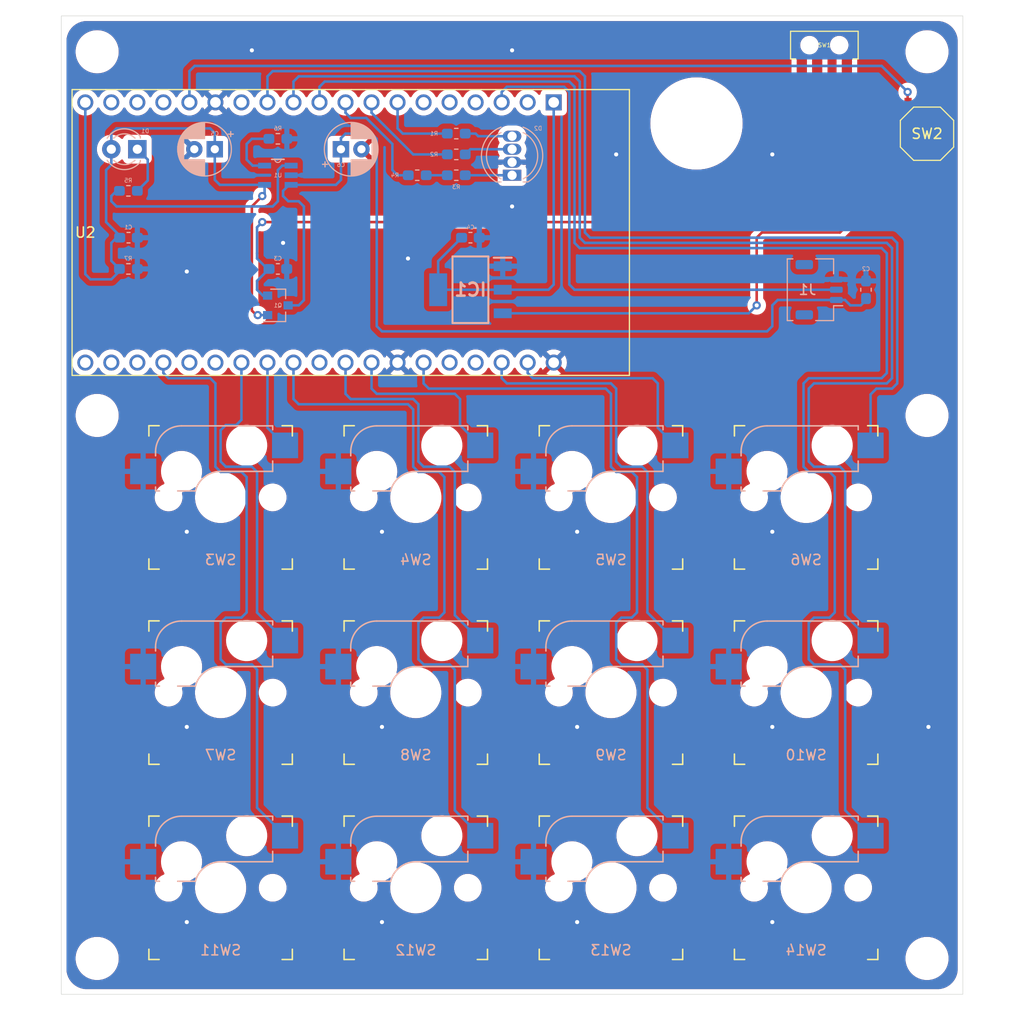
<source format=kicad_pcb>
(kicad_pcb (version 20211014) (generator pcbnew)
  (layers (0 "F.Cu" signal) (31 "B.Cu" signal) (34 "B.Paste" user) (35 "F.Paste" user) (36 "B.SilkS" user "B.Silkscreen") (37 "F.SilkS" user "F.Silkscreen") (38 "B.Mask" user) (39 "F.Mask" user) (44 "Edge.Cuts" user))
  (net 0 "")
  (net 1 "GND")
  (net 2 "Net-(D1-Pad1)")
  (net 3 "Net-(D2-Pad4)")
  (net 4 "Net-(D2-Pad3)")
  (net 5 "Net-(D2-Pad1)")
  (net 6 "Net-(IC1-Pad3)")
  (net 7 "Net-(C2-Pad1)")
  (net 8 "Net-(R3-Pad1)")
  (net 9 "Net-(R5-Pad2)")
  (net 10 "LED_G")
  (net 11 "LED_B")
  (net 12 "LED_R")
  (net 13 "setSW_read")
  (net 14 "KeySW_read_01")
  (net 15 "KeySW_read_02")
  (net 16 "KeySW_read_03")
  (net 17 "KeySW_read_04")
  (net 18 "KeySW_read_05")
  (net 19 "KeySW_read_06")
  (net 20 "KeySW_read_07")
  (net 21 "KeySW_read_08")
  (net 22 "+5V")
  (net 23 "Net-(C3-Pad1)")
  (net 24 "Net-(R6-Pad1)")
  (net 25 "+3.3V")
  (net 26 "Battery_thermistor")
  (net 28 "KeySW_read_09")
  (net 29 "KeySW_read_10")
  (net 30 "KeySW_read_11")
  (net 31 "KeySW_read_12")
  (footprint "Keyswitches:Kailh_socket_MX" (layer "F.Cu") (at -28.448 3)
    (fp_text reference "SW3")
    (fp_text value "SW_Push")
  )
  (footprint "Keyswitches:Kailh_socket_MX" (layer "F.Cu") (at 28.702 22.05)
    (fp_text reference "SW10")
    (fp_text value "SW_Push")
  )
  (footprint "Keyswitches:Kailh_socket_MX" (layer "F.Cu") (at -9.398 3)
    (fp_text reference "SW4")
    (fp_text value "SW_Push")
  )
  (footprint "Keyswitches:Kailh_socket_MX" (layer "F.Cu") (at -9.398 22.05)
    (fp_text reference "SW8")
    (fp_text value "SW_Push")
  )
  (footprint "Keyswitches:Kailh_socket_MX" (layer "F.Cu") (at 28.702 3)
    (fp_text reference "SW6")
    (fp_text value "SW_Push")
  )
  (footprint "Keyswitches:Kailh_socket_MX" (layer "F.Cu") (at 9.652 22.05)
    (fp_text reference "SW9")
    (fp_text value "SW_Push")
  )
  (footprint "Keyswitches:Kailh_socket_MX" (layer "F.Cu") (at 9.652 3)
    (fp_text reference "SW5")
    (fp_text value "SW_Push")
  )
  (footprint "Keyswitches:Kailh_socket_MX" (layer "F.Cu") (at -28.448 22.05)
    (fp_text reference "SW7")
    (fp_text value "SW_Push")
  )
  (footprint "MountingHole:MountingHole_3.2mm_M3" (layer "F.Cu") (at -40.5 -40.5)
    (fp_text reference "REF**")
    (fp_text value "MountingHole_3.2mm_M3")
  )
  (footprint "MountingHole:MountingHole_3.2mm_M3" (layer "F.Cu") (at 40.5 -40.5)
    (fp_text reference "REF**")
    (fp_text value "MountingHole_3.2mm_M3")
  )
  (footprint "Keyswitches:Kailh_socket_MX" (layer "F.Cu") (at -9.398 41.1)
    (fp_text reference "SW12")
    (fp_text value "SW_Push")
  )
  (footprint "Keyswitches:Kailh_socket_MX" (layer "F.Cu") (at -28.448 41.1)
    (fp_text reference "SW11")
    (fp_text value "SW_Push")
  )
  (footprint "MountingHole:MountingHole_3.2mm_M3" (layer "F.Cu") (at 40.5 -5)
    (fp_text reference "REF**")
    (fp_text value "MountingHole_3.2mm_M3")
  )
  (footprint "MountingHole:MountingHole_3.2mm_M3" (layer "F.Cu") (at -40.5 -5)
    (fp_text reference "REF**")
    (fp_text value "MountingHole_3.2mm_M3")
  )
  (footprint "Ble_keyboard:NPTH_8mm" (layer "F.Cu") (at 18 -33.5)
    (fp_text reference "REF**")
    (fp_text value "NPTH_8mm")
  )
  (footprint "Ble_keyboard:SW_Push_Dual_x2_TS-4401" (layer "F.Cu") (at 40.5 -32.5 90)
    (fp_text reference "SW2")
    (fp_text value "SW_Push")
  )
  (footprint "Keyswitches:Kailh_socket_MX" (layer "F.Cu") (at 28.702 41.1)
    (fp_text reference "SW14")
    (fp_text value "SW_Push")
  )
  (footprint "Ble_keyboard:SW_Slide_SPDT_MSK-12C02" (layer "F.Cu") (at 30.48 -41.148)
    (fp_text reference "SW1")
    (fp_text value "SW_SPDT")
  )
  (footprint "MountingHole:MountingHole_3.2mm_M3" (layer "F.Cu") (at -40.5 48)
    (fp_text reference "REF**")
    (fp_text value "MountingHole_3.2mm_M3")
  )
  (footprint "Keyswitches:Kailh_socket_MX" (layer "F.Cu") (at 9.652 41.1)
    (fp_text reference "SW13")
    (fp_text value "SW_Push")
  )
  (footprint "Evaluation_board:MODULE_ESP32-DEVKITC-32D" (layer "F.Cu") (at -15.696 -22.86 -90)
    (fp_text reference "U2")
    (fp_text value "ESP32-DEVKITC-32D")
  )
  (footprint "MountingHole:MountingHole_3.2mm_M3" (layer "F.Cu") (at 40.5 48)
    (fp_text reference "REF**")
    (fp_text value "MountingHole_3.2mm_M3")
  )
  (footprint "Resistor_SMD:R_0603_1608Metric_Pad1.05x0.95mm_HandSolder" (layer "B.Cu") (at -5.447 -32.512)
    (fp_text reference "R1")
    (fp_text value "10")
  )
  (footprint "Capacitor_SMD:C_0603_1608Metric_Pad1.08x0.95mm_HandSolder" (layer "B.Cu") (at -4.064 -22.352)
    (fp_text reference "C4")
    (fp_text value "1u")
  )
  (footprint "Capacitor_THT:CP_Radial_D5.0mm_P2.00mm" (layer "B.Cu") (at -16.703112 -30.988)
    (fp_text reference "C6")
    (fp_text value "10u")
  )
  (footprint "Resistor_SMD:R_0603_1608Metric_Pad1.05x0.95mm_HandSolder" (layer "B.Cu") (at -9.257 -28.448)
    (fp_text reference "R4")
    (fp_text value "47")
  )
  (footprint "Resistor_SMD:R_0603_1608Metric_Pad1.05x0.95mm_HandSolder" (layer "B.Cu") (at -5.447 -28.448)
    (fp_text reference "R3")
    (fp_text value "10")
  )
  (footprint "Resistor_SMD:R_0603_1608Metric_Pad1.05x0.95mm_HandSolder" (layer "B.Cu") (at -37.451 -26.924 180)
    (fp_text reference "R5")
    (fp_text value "470")
  )
  (footprint "LED_THT:LED_D3.0mm" (layer "B.Cu") (at -36.576 -30.988 180)
    (fp_text reference "D1")
    (fp_text value "LED")
  )
  (footprint "Resistor_SMD:R_0603_1608Metric_Pad1.05x0.95mm_HandSolder" (layer "B.Cu") (at -37.451 -19.304)
    (fp_text reference "R7")
    (fp_text value "100k")
  )
  (footprint "Resistor_SMD:R_0603_1608Metric_Pad1.05x0.95mm_HandSolder" (layer "B.Cu") (at -5.447 -30.48)
    (fp_text reference "R2")
    (fp_text value "10")
  )
  (footprint "Capacitor_THT:CP_Radial_D5.0mm_P2.00mm" (layer "B.Cu") (at -29.016887 -30.988 180)
    (fp_text reference "C5")
    (fp_text value "4.7u")
  )
  (footprint "Package_TO_SOT_SMD:SOT-23" (layer "B.Cu") (at -22.86 -15.748)
    (fp_text reference "Q1")
    (fp_text value "IRLML6402")
  )
  (footprint "Resistor_SMD:R_0603_1608Metric_Pad1.05x0.95mm_HandSolder" (layer "B.Cu") (at -22.86 -32.004)
    (fp_text reference "R6")
    (fp_text value "2k")
  )
  (footprint "LED_THT:LED_D5.0mm-4_RGB" (layer "B.Cu") (at 0 -28.448 90)
    (fp_text reference "D2")
    (fp_text value "LED_RKBG")
  )
  (footprint "Ble_keyboard:SOT95P280X145-5N" (layer "B.Cu") (at -22.86 -28.448 180)
    (fp_text reference "U1")
    (fp_text value "MCP73831T-2ACI_OT")
  )
  (footprint "Capacitor_SMD:C_0603_1608Metric_Pad1.08x0.95mm_HandSolder" (layer "B.Cu") (at -22.86 -19.304)
    (fp_text reference "C3")
    (fp_text value "1u")
  )
  (footprint "Capacitor_SMD:C_0603_1608Metric_Pad1.08x0.95mm_HandSolder" (layer "B.Cu") (at 34.544 -17.272 90)
    (fp_text reference "C2")
    (fp_text value "0.01u")
  )
  (footprint "Ble_keyboard:SOT230P700X180-4N" (layer "B.Cu") (at -4.064 -17.272 180)
    (fp_text reference "IC1")
    (fp_text value "ADP3338AKCZ-3.3-RL" hide)
  )
  (footprint "Ble_keyboard:JST_SHL_SM03B-SHLS-TF_1x03-1MP_P1.00mm_Horizontal" (layer "B.Cu") (at 29.972 -17.272 90)
    (fp_text reference "J1")
    (fp_text value "Conn_01x03_Male")
  )
  (footprint "Capacitor_SMD:C_0603_1608Metric_Pad1.08x0.95mm_HandSolder" (layer "B.Cu") (at -37.4385 -22.352)
    (fp_text reference "C1")
    (fp_text value "0.01u")
  )
  (gr_rect (start 44 51.5) (end -44 -44) (layer "Edge.Cuts") (width 0.05) (fill none))
  (via (at -31.75 6.35) (size 0.8) (drill 0.4) (layers "F.Cu" "B.Cu") (net 1))
  (via (at 25.4 -30.48) (size 0.8) (drill 0.4) (layers "F.Cu" "B.Cu") (net 1))
  (via (at -12.7 25.4) (size 0.8) (drill 0.4) (layers "F.Cu" "B.Cu") (net 1))
  (via (at 6.35 44.45) (size 0.8) (drill 0.4) (layers "F.Cu" "B.Cu") (net 1))
  (via (at -22.352 -21.844) (size 0.8) (drill 0.4) (layers "F.Cu" "B.Cu") (net 1))
  (via (at -31.75 -19.05) (size 0.8) (drill 0.4) (layers "F.Cu" "B.Cu") (net 1))
  (via (at 25.4 25.4) (size 0.8) (drill 0.4) (layers "F.Cu" "B.Cu") (net 1))
  (via (at -31.75 44.45) (size 0.8) (drill 0.4) (layers "F.Cu" "B.Cu") (net 1))
  (via (at 25.4 44.45) (size 0.8) (drill 0.4) (layers "F.Cu" "B.Cu") (net 1))
  (via (at -12.7 6.35) (size 0.8) (drill 0.4) (layers "F.Cu" "B.Cu") (net 1))
  (via (at 10.16 -30.48) (size 0.8) (drill 0.4) (layers "F.Cu" "B.Cu") (net 1))
  (via (at 0 -25.4) (size 0.8) (drill 0.4) (layers "F.Cu" "B.Cu") (net 1))
  (via (at 6.35 6.35) (size 0.8) (drill 0.4) (layers "F.Cu" "B.Cu") (net 1))
  (via (at 25.4 6.35) (size 0.8) (drill 0.4) (layers "F.Cu" "B.Cu") (net 1))
  (via (at -10.16 -20.32) (size 0.8) (drill 0.4) (layers "F.Cu" "B.Cu") (net 1))
  (via (at 40.64 25.4) (size 0.8) (drill 0.4) (layers "F.Cu" "B.Cu") (net 1))
  (via (at -25.4 -40.64) (size 0.8) (drill 0.4) (layers "F.Cu" "B.Cu") (net 1))
  (via (at -31.75 25.4) (size 0.8) (drill 0.4) (layers "F.Cu" "B.Cu") (net 1))
  (via (at 0 -40.64) (size 0.8) (drill 0.4) (layers "F.Cu" "B.Cu") (net 1))
  (via (at 6.35 25.4) (size 0.8) (drill 0.4) (layers "F.Cu" "B.Cu") (net 1))
  (via (at -12.7 44.45) (size 0.8) (drill 0.4) (layers "F.Cu" "B.Cu") (net 1))
  (segment (start -35.56 -27.94) (end -35.56 -29.972) (width 0.25) (layer "B.Cu") (net 2))
  (segment (start -35.56 -29.972) (end -36.576 -30.988) (width 0.25) (layer "B.Cu") (net 2))
  (segment (start -36.576 -26.924) (end -35.56 -27.94) (width 0.25) (layer "B.Cu") (net 2))
  (segment (start 0 -32.258) (end -3.302 -32.258) (width 0.25) (layer "B.Cu") (net 3))
  (segment (start -3.556 -32.512) (end -4.572 -32.512) (width 0.25) (layer "B.Cu") (net 3))
  (segment (start -3.302 -32.258) (end -3.556 -32.512) (width 0.25) (layer "B.Cu") (net 3))
  (segment (start -4.064 -30.988) (end -4.572 -30.48) (width 0.25) (layer "B.Cu") (net 4))
  (segment (start 0 -30.988) (end -4.064 -30.988) (width 0.25) (layer "B.Cu") (net 4))
  (segment (start -4.572 -28.448) (end 0 -28.448) (width 0.25) (layer "B.Cu") (net 5))
  (segment (start 32.004 -22.86) (end 24.384 -22.86) (width 0.25) (layer "F.Cu") (net 6))
  (segment (start 23.876 -22.352) (end 23.876 -15.748) (width 0.25) (layer "F.Cu") (net 6))
  (segment (start 32.68 -38.998) (end 32.68 -23.536) (width 0.25) (layer "F.Cu") (net 6))
  (segment (start 32.68 -23.536) (end 32.004 -22.86) (width 0.25) (layer "F.Cu") (net 6))
  (segment (start 24.384 -22.86) (end 23.876 -22.352) (width 0.25) (layer "F.Cu") (net 6))
  (via (at 23.876 -15.748) (size 0.8) (drill 0.4) (layers "F.Cu" "B.Cu") (net 6))
  (segment (start 23.1 -14.972) (end 23.368 -15.24) (width 0.25) (layer "B.Cu") (net 6))
  (segment (start 23.368 -15.24) (end 23.876 -15.748) (width 0.25) (layer "B.Cu") (net 6))
  (segment (start -0.914 -14.972) (end 23.1 -14.972) (width 0.25) (layer "B.Cu") (net 6))
  (segment (start -17.1958 -27.5082) (end -16.703112 -28.000888) (width 0.25) (layer "B.Cu") (net 7))
  (segment (start -21.86 -15.748) (end -20.828 -15.748) (width 0.25) (layer "B.Cu") (net 7))
  (segment (start 34.544 -16.4095) (end 34.544 -16.256) (width 0.25) (layer "B.Cu") (net 7))
  (segment (start 34.544 -16.256) (end 34.036 -15.748) (width 0.25) (layer "B.Cu") (net 7))
  (segment (start -20.828 -15.748) (end -20.32 -16.256) (width 0.25) (layer "B.Cu") (net 7))
  (segment (start 24.892 -13.208) (end 25.4 -13.716) (width 0.25) (layer "B.Cu") (net 7))
  (segment (start -16.703112 -30.988) (end -16.703112 -32.064888) (width 0.25) (layer "B.Cu") (net 7))
  (segment (start 25.924 -16.272) (end 31.647 -16.272) (width 0.25) (layer "B.Cu") (net 7))
  (segment (start 34.036 -15.748) (end 33.02 -15.748) (width 0.25) (layer "B.Cu") (net 7))
  (segment (start -12.7 -13.208) (end 24.892 -13.208) (width 0.25) (layer "B.Cu") (net 7))
  (segment (start -22.352 -26.416) (end -21.844 -25.908) (width 0.25) (layer "B.Cu") (net 7))
  (segment (start -16.703112 -32.064888) (end -16.256 -32.512) (width 0.25) (layer "B.Cu") (net 7))
  (segment (start 25.4 -15.748) (end 25.924 -16.272) (width 0.25) (layer "B.Cu") (net 7))
  (segment (start 25.4 -13.716) (end 25.4 -15.748) (width 0.25) (layer "B.Cu") (net 7))
  (segment (start -22.352 -26.924) (end -22.352 -26.416) (width 0.25) (layer "B.Cu") (net 7))
  (segment (start -21.844 -25.908) (end -20.828 -25.908) (width 0.25) (layer "B.Cu") (net 7))
  (segment (start 33.02 -15.748) (end 32.496 -16.272) (width 0.25) (layer "B.Cu") (net 7))
  (segment (start -13.208 -13.716) (end -12.7 -13.208) (width 0.25) (layer "B.Cu") (net 7))
  (segment (start -20.32 -25.4) (end -20.32 -16.256) (width 0.25) (layer "B.Cu") (net 7))
  (segment (start -13.208 -32.004) (end -13.208 -13.716) (width 0.25) (layer "B.Cu") (net 7))
  (segment (start -16.703112 -28.000888) (end -16.703112 -30.988) (width 0.25) (layer "B.Cu") (net 7))
  (segment (start -21.5646 -27.5082) (end -21.7678 -27.5082) (width 0.25) (layer "B.Cu") (net 7))
  (segment (start -20.828 -25.908) (end -20.32 -25.4) (width 0.25) (layer "B.Cu") (net 7))
  (segment (start -21.5646 -27.5082) (end -17.1958 -27.5082) (width 0.25) (layer "B.Cu") (net 7))
  (segment (start -21.7678 -27.5082) (end -22.352 -26.924) (width 0.25) (layer "B.Cu") (net 7))
  (segment (start -16.256 -32.512) (end -13.716 -32.512) (width 0.25) (layer "B.Cu") (net 7))
  (segment (start 32.496 -16.272) (end 31.647 -16.272) (width 0.25) (layer "B.Cu") (net 7))
  (segment (start -13.716 -32.512) (end -13.208 -32.004) (width 0.25) (layer "B.Cu") (net 7))
  (segment (start -6.322 -28.448) (end -8.382 -28.448) (width 0.25) (layer "B.Cu") (net 8))
  (segment (start -39.116 -25.908) (end -38.608 -25.4) (width 0.25) (layer "B.Cu") (net 9))
  (segment (start -39.116 -26.416) (end -39.116 -25.908) (width 0.25) (layer "B.Cu") (net 9))
  (segment (start -22.4282 -29.3878) (end -21.5646 -29.3878) (width 0.25) (layer "B.Cu") (net 9))
  (segment (start -23.368 -25.4) (end -22.86 -25.908) (width 0.25) (layer "B.Cu") (net 9))
  (segment (start -22.86 -28.956) (end -22.4282 -29.3878) (width 0.25) (layer "B.Cu") (net 9))
  (segment (start -38.608 -25.4) (end -23.368 -25.4) (width 0.25) (layer "B.Cu") (net 9))
  (segment (start -22.86 -25.908) (end -22.86 -28.956) (width 0.25) (layer "B.Cu") (net 9))
  (segment (start -38.608 -26.924) (end -39.116 -26.416) (width 0.25) (layer "B.Cu") (net 9))
  (segment (start -38.326 -26.924) (end -38.608 -26.924) (width 0.25) (layer "B.Cu") (net 9))
  (segment (start -11.176 -33.02) (end -10.668 -32.512) (width 0.25) (layer "B.Cu") (net 10))
  (segment (start -11.176 -35.56) (end -11.176 -33.02) (width 0.25) (layer "B.Cu") (net 10))
  (segment (start -10.668 -32.512) (end -6.322 -32.512) (width 0.25) (layer "B.Cu") (net 10))
  (segment (start -13.716 -34.544) (end -13.716 -35.56) (width 0.25) (layer "B.Cu") (net 11))
  (segment (start -13.716 -34.544) (end -9.652 -30.48) (width 0.25) (layer "B.Cu") (net 11))
  (segment (start -9.652 -30.48) (end -6.322 -30.48) (width 0.25) (layer "B.Cu") (net 11))
  (segment (start -11.176 -28.448) (end -11.684 -28.956) (width 0.25) (layer "B.Cu") (net 12))
  (segment (start -11.684 -28.956) (end -11.684 -31.496) (width 0.25) (layer "B.Cu") (net 12))
  (segment (start -11.684 -31.496) (end -14.224 -34.036) (width 0.25) (layer "B.Cu") (net 12))
  (segment (start -15.748 -34.036) (end -14.224 -34.036) (width 0.25) (layer "B.Cu") (net 12))
  (segment (start -16.256 -34.544) (end -16.256 -35.56) (width 0.25) (layer "B.Cu") (net 12))
  (segment (start -16.256 -34.544) (end -15.748 -34.036) (width 0.25) (layer "B.Cu") (net 12))
  (segment (start -10.132 -28.448) (end -11.176 -28.448) (width 0.25) (layer "B.Cu") (net 12))
  (segment (start 38.608 -35.542) (end 38.65 -35.5) (width 0.25) (layer "F.Cu") (net 13))
  (segment (start 38.608 -36.576) (end 38.608 -35.542) (width 0.25) (layer "F.Cu") (net 13))
  (segment (start 38.65 -35.5) (end 38.65 -29.5) (width 0.25) (layer "F.Cu") (net 13))
  (via (at 38.608 -36.576) (size 0.8) (drill 0.4) (layers "F.Cu" "B.Cu") (net 13))
  (segment (start 36.068 -39.116) (end 38.608 -36.576) (width 0.25) (layer "B.Cu") (net 13))
  (segment (start -30.988 -39.116) (end 36.068 -39.116) (width 0.25) (layer "B.Cu") (net 13))
  (segment (start -31.496 -38.608) (end -30.988 -39.116) (width 0.25) (layer "B.Cu") (net 13))
  (segment (start -31.496 -35.56) (end -31.496 -38.608) (width 0.25) (layer "B.Cu") (net 13))
  (segment (start -23.876 -3.798) (end -22.158 -2.08) (width 0.25) (layer "B.Cu") (net 14))
  (segment (start -23.876 -3.798) (end -23.876 -10.16) (width 0.25) (layer "B.Cu") (net 14))
  (segment (start -13.716 -10.16) (end -13.716 -7.62) (width 0.25) (layer "B.Cu") (net 15))
  (segment (start -13.716 -7.62) (end -13.208 -7.112) (width 0.25) (layer "B.Cu") (net 15))
  (segment (start -5.588 -7.112) (end -5.08 -6.604) (width 0.25) (layer "B.Cu") (net 15))
  (segment (start -13.208 -7.112) (end -5.588 -7.112) (width 0.25) (layer "B.Cu") (net 15))
  (segment (start -5.08 -6.604) (end -5.08 -4.052) (width 0.25) (layer "B.Cu") (net 15))
  (segment (start -5.08 -4.052) (end -3.108 -2.08) (width 0.25) (layer "B.Cu") (net 15))
  (segment (start 2.032 -8.636) (end 13.716 -8.636) (width 0.25) (layer "B.Cu") (net 16))
  (segment (start 1.524 -9.144) (end 2.032 -8.636) (width 0.25) (layer "B.Cu") (net 16))
  (segment (start 14.224 -3.798) (end 15.942 -2.08) (width 0.25) (layer "B.Cu") (net 16))
  (segment (start 13.716 -8.636) (end 14.224 -8.128) (width 0.25) (layer "B.Cu") (net 16))
  (segment (start 1.524 -10.16) (end 1.524 -9.144) (width 0.25) (layer "B.Cu") (net 16))
  (segment (start 14.224 -8.128) (end 14.224 -3.798) (width 0.25) (layer "B.Cu") (net 16))
  (segment (start -23.368 -38.608) (end 6.604 -38.608) (width 0.25) (layer "B.Cu") (net 17))
  (segment (start 37.592 -21.844) (end 37.592 -8.128) (width 0.25) (layer "B.Cu") (net 17))
  (segment (start 37.084 -7.62) (end 35.56 -7.62) (width 0.25) (layer "B.Cu") (net 17))
  (segment (start 35.56 -7.62) (end 34.992 -7.052) (width 0.25) (layer "B.Cu") (net 17))
  (segment (start 7.112 -38.1) (end 7.112 -22.86) (width 0.25) (layer "B.Cu") (net 17))
  (segment (start 7.112 -22.86) (end 7.62 -22.352) (width 0.25) (layer "B.Cu") (net 17))
  (segment (start 34.992 -7.052) (end 34.992 -2.08) (width 0.25) (layer "B.Cu") (net 17))
  (segment (start 37.084 -22.352) (end 37.592 -21.844) (width 0.25) (layer "B.Cu") (net 17))
  (segment (start 7.62 -22.352) (end 37.084 -22.352) (width 0.25) (layer "B.Cu") (net 17))
  (segment (start 37.592 -8.128) (end 37.084 -7.62) (width 0.25) (layer "B.Cu") (net 17))
  (segment (start -23.876 -38.1) (end -23.368 -38.608) (width 0.25) (layer "B.Cu") (net 17))
  (segment (start -23.876 -35.56) (end -23.876 -38.1) (width 0.25) (layer "B.Cu") (net 17))
  (segment (start 6.604 -38.608) (end 7.112 -38.1) (width 0.25) (layer "B.Cu") (net 17))
  (segment (start -27.94 0) (end -25.4 0) (width 0.25) (layer "B.Cu") (net 18))
  (segment (start -28.448 -3.556) (end -28.448 -0.508) (width 0.25) (layer "B.Cu") (net 18))
  (segment (start -26.924 -4.064) (end -27.94 -4.064) (width 0.25) (layer "B.Cu") (net 18))
  (segment (start -26.416 -10.16) (end -26.416 -4.572) (width 0.25) (layer "B.Cu") (net 18))
  (segment (start -27.94 -4.064) (end -28.448 -3.556) (width 0.25) (layer "B.Cu") (net 18))
  (segment (start -25.4 0) (end -24.892 0.508) (width 0.25) (layer "B.Cu") (net 18))
  (segment (start -24.892 0.508) (end -24.892 14.236) (width 0.25) (layer "B.Cu") (net 18))
  (segment (start -24.892 14.236) (end -22.158 16.97) (width 0.25) (layer "B.Cu") (net 18))
  (segment (start -26.416 -4.572) (end -26.924 -4.064) (width 0.25) (layer "B.Cu") (net 18))
  (segment (start -28.448 -0.508) (end -27.94 0) (width 0.25) (layer "B.Cu") (net 18))
  (segment (start -16.256 -10.16) (end -16.256 -7.112) (width 0.25) (layer "B.Cu") (net 19))
  (segment (start -9.144 -0.508) (end -8.636 0) (width 0.25) (layer "B.Cu") (net 19))
  (segment (start -5.588 14.49) (end -3.108 16.97) (width 0.25) (layer "B.Cu") (net 19))
  (segment (start -8.636 0) (end -6.096 0) (width 0.25) (layer "B.Cu") (net 19))
  (segment (start -5.588 0.508) (end -5.588 14.49) (width 0.25) (layer "B.Cu") (net 19))
  (segment (start -15.748 -6.604) (end -9.652 -6.604) (width 0.25) (layer "B.Cu") (net 19))
  (segment (start -16.256 -7.112) (end -15.748 -6.604) (width 0.25) (layer "B.Cu") (net 19))
  (segment (start -9.144 -6.096) (end -9.144 -0.508) (width 0.25) (layer "B.Cu") (net 19))
  (segment (start -9.652 -6.604) (end -9.144 -6.096) (width 0.25) (layer "B.Cu") (net 19))
  (segment (start -6.096 0) (end -5.588 0.508) (width 0.25) (layer "B.Cu") (net 19))
  (segment (start 12.7 0) (end 13.208 0.508) (width 0.25) (layer "B.Cu") (net 20))
  (segment (start 13.208 0.508) (end 13.208 14.236) (width 0.25) (layer "B.Cu") (net 20))
  (segment (start 10.16 -7.62) (end 10.16 -0.508) (width 0.25) (layer "B.Cu") (net 20))
  (segment (start -1.016 -10.16) (end -1.016 -8.636) (width 0.25) (layer "B.Cu") (net 20))
  (segment (start -0.508 -8.128) (end 9.652 -8.128) (width 0.25) (layer "B.Cu") (net 20))
  (segment (start 10.16 -0.508) (end 10.668 0) (width 0.25) (layer "B.Cu") (net 20))
  (segment (start 9.652 -8.128) (end 10.16 -7.62) (width 0.25) (layer "B.Cu") (net 20))
  (segment (start 13.208 14.236) (end 15.942 16.97) (width 0.25) (layer "B.Cu") (net 20))
  (segment (start 10.668 0) (end 12.7 0) (width 0.25) (layer "B.Cu") (net 20))
  (segment (start -1.016 -8.636) (end -0.508 -8.128) (width 0.25) (layer "B.Cu") (net 20))
  (segment (start -21.336 -37.592) (end -21.336 -35.56) (width 0.25) (layer "B.Cu") (net 21))
  (segment (start -20.828 -38.1) (end -21.336 -37.592) (width 0.25) (layer "B.Cu") (net 21))
  (segment (start 29.464 0) (end 32.004 0) (width 0.25) (layer "B.Cu") (net 21))
  (segment (start 37.084 -21.336) (end 37.084 -8.636) (width 0.25) (layer "B.Cu") (net 21))
  (segment (start 29.464 -8.128) (end 28.956 -7.62) (width 0.25) (layer "B.Cu") (net 21))
  (segment (start 37.084 -8.636) (end 36.576 -8.128) (width 0.25) (layer "B.Cu") (net 21))
  (segment (start 32.512 0.508) (end 32.512 14.49) (width 0.25) (layer "B.Cu") (net 21))
  (segment (start 32.512 14.49) (end 34.992 16.97) (width 0.25) (layer "B.Cu") (net 21))
  (segment (start 36.576 -21.844) (end 37.084 -21.336) (width 0.25) (layer "B.Cu") (net 21))
  (segment (start 28.956 -7.62) (end 28.956 -0.508) (width 0.25) (layer "B.Cu") (net 21))
  (segment (start 6.096 -38.1) (end 6.604 -37.592) (width 0.25) (layer "B.Cu") (net 21))
  (segment (start -20.828 -38.1) (end 6.096 -38.1) (width 0.25) (layer "B.Cu") (net 21))
  (segment (start 36.576 -8.128) (end 29.464 -8.128) (width 0.25) (layer "B.Cu") (net 21))
  (segment (start 6.604 -22.352) (end 7.112 -21.844) (width 0.25) (layer "B.Cu") (net 21))
  (segment (start 7.112 -21.844) (end 36.576 -21.844) (width 0.25) (layer "B.Cu") (net 21))
  (segment (start 32.004 0) (end 32.512 0.508) (width 0.25) (layer "B.Cu") (net 21))
  (segment (start 6.604 -37.592) (end 6.604 -22.352) (width 0.25) (layer "B.Cu") (net 21))
  (segment (start 28.956 -0.508) (end 29.464 0) (width 0.25) (layer "B.Cu") (net 21))
  (segment (start -24.384 -26.416) (end -25.4 -25.4) (width 0.25) (layer "F.Cu") (net 22))
  (segment (start -25.4 -15.24) (end -24.958 -14.798) (width 0.25) (layer "F.Cu") (net 22))
  (segment (start -25.4 -25.4) (end -25.4 -15.24) (width 0.25) (layer "F.Cu") (net 22))
  (segment (start -24.958 -14.798) (end -24.826 -14.798) (width 0.25) (layer "F.Cu") (net 22))
  (via (at -24.384 -26.416) (size 0.8) (drill 0.4) (layers "F.Cu" "B.Cu") (net 22))
  (via (at -24.826 -14.798) (size 0.8) (drill 0.4) (layers "F.Cu" "B.Cu") (net 22))
  (segment (start -38.608 -22.352) (end -39.116 -21.844) (width 0.25) (layer "B.Cu") (net 22))
  (segment (start -28.5242 -27.5082) (end -29.016887 -28.000887) (width 0.25) (layer "B.Cu") (net 22))
  (segment (start -39.116 -21.844) (end -39.116 -20.094) (width 0.25) (layer "B.Cu") (net 22))
  (segment (start -41.656 -35.56) (end -41.656 -18.796) (width 0.25) (layer "B.Cu") (net 22))
  (segment (start -38.301 -22.352) (end -38.301 -22.553) (width 0.25) (layer "B.Cu") (net 22))
  (segment (start -24.1554 -27.5082) (end -28.5242 -27.5082) (width 0.25) (layer "B.Cu") (net 22))
  (segment (start -38.326 -19.078) (end -38.326 -19.304) (width 0.25) (layer "B.Cu") (net 22))
  (segment (start -23.86 -14.798) (end -24.826 -14.798) (width 0.25) (layer "B.Cu") (net 22))
  (segment (start -39.624 -28.956) (end -39.116 -29.464) (width 0.25) (layer "B.Cu") (net 22))
  (segment (start -24.1554 -26.6446) (end -24.384 -26.416) (width 0.25) (layer "B.Cu") (net 22))
  (segment (start -38.301 -22.352) (end -38.608 -22.352) (width 0.25) (layer "B.Cu") (net 22))
  (segment (start -39.116 -20.094) (end -38.326 -19.304) (width 0.25) (layer "B.Cu") (net 22))
  (segment (start -29.464 -33.02) (end -38.608 -33.02) (width 0.25) (layer "B.Cu") (net 22))
  (segment (start -29.016887 -28.000887) (end -29.016887 -30.988) (width 0.25) (layer "B.Cu") (net 22))
  (segment (start -39.624 -23.876) (end -39.624 -28.956) (width 0.25) (layer "B.Cu") (net 22))
  (segment (start -39.116 -32.512) (end -39.116 -30.988) (width 0.25) (layer "B.Cu") (net 22))
  (segment (start -38.301 -22.553) (end -39.624 -23.876) (width 0.25) (layer "B.Cu") (net 22))
  (segment (start -38.608 -33.02) (end -39.116 -32.512) (width 0.25) (layer "B.Cu") (net 22))
  (segment (start -29.016887 -30.988) (end -29.016887 -32.572887) (width 0.25) (layer "B.Cu") (net 22))
  (segment (start -41.148 -18.288) (end -39.116 -18.288) (width 0.25) (layer "B.Cu") (net 22))
  (segment (start -39.116 -29.464) (end -39.116 -30.988) (width 0.25) (layer "B.Cu") (net 22))
  (segment (start -29.016887 -32.572887) (end -29.464 -33.02) (width 0.25) (layer "B.Cu") (net 22))
  (segment (start -41.656 -18.796) (end -41.148 -18.288) (width 0.25) (layer "B.Cu") (net 22))
  (segment (start -24.1554 -27.5082) (end -24.1554 -26.6446) (width 0.25) (layer "B.Cu") (net 22))
  (segment (start -39.116 -18.288) (end -38.326 -19.078) (width 0.25) (layer "B.Cu") (net 22))
  (segment (start 29.78 -24.7) (end 28.956 -23.876) (width 0.25) (layer "F.Cu") (net 23))
  (segment (start 29.78 -38.998) (end 29.78 -24.7) (width 0.25) (layer "F.Cu") (net 23))
  (segment (start 28.956 -23.876) (end -24.384 -23.876) (width 0.25) (layer "F.Cu") (net 23))
  (via (at -24.384 -23.876) (size 0.8) (drill 0.4) (layers "F.Cu" "B.Cu") (net 23))
  (segment (start -23.7225 -19.304) (end -24.892 -18.1345) (width 0.25) (layer "B.Cu") (net 23))
  (segment (start -24.318 -16.698) (end -24.892 -17.272) (width 0.25) (layer "B.Cu") (net 23))
  (segment (start -23.86 -16.698) (end -24.318 -16.698) (width 0.25) (layer "B.Cu") (net 23))
  (segment (start -23.7225 -19.304) (end -23.876 -19.304) (width 0.25) (layer "B.Cu") (net 23))
  (segment (start -24.384 -23.876) (end -24.892 -23.368) (width 0.25) (layer "B.Cu") (net 23))
  (segment (start -24.892 -23.368) (end -24.892 -20.828) (width 0.25) (layer "B.Cu") (net 23))
  (segment (start -24.892 -20.32) (end -24.892 -20.828) (width 0.25) (layer "B.Cu") (net 23))
  (segment (start -23.876 -19.304) (end -24.892 -20.32) (width 0.25) (layer "B.Cu") (net 23))
  (segment (start -24.892 -18.1345) (end -24.892 -17.272) (width 0.25) (layer "B.Cu") (net 23))
  (segment (start -25.4 -32.004) (end -23.735 -32.004) (width 0.25) (layer "B.Cu") (net 24))
  (segment (start -25.3238 -29.3878) (end -25.908 -29.972) (width 0.25) (layer "B.Cu") (net 24))
  (segment (start -25.908 -31.496) (end -25.4 -32.004) (width 0.25) (layer "B.Cu") (net 24))
  (segment (start -24.1554 -29.3878) (end -25.3238 -29.3878) (width 0.25) (layer "B.Cu") (net 24))
  (segment (start -25.908 -29.972) (end -25.908 -31.496) (width 0.25) (layer "B.Cu") (net 24))
  (segment (start -0.914 -17.272) (end -7.214 -17.272) (width 0.25) (layer "B.Cu") (net 25))
  (segment (start 4.064 -17.78) (end 3.556 -17.272) (width 0.25) (layer "B.Cu") (net 25))
  (segment (start 3.556 -17.272) (end -0.914 -17.272) (width 0.25) (layer "B.Cu") (net 25))
  (segment (start -7.214 -20.0645) (end -7.214 -17.272) (width 0.25) (layer "B.Cu") (net 25))
  (segment (start 4.064 -35.56) (end 4.064 -17.78) (width 0.25) (layer "B.Cu") (net 25))
  (segment (start -4.9265 -22.352) (end -7.214 -20.0645) (width 0.25) (layer "B.Cu") (net 25))
  (segment (start -1.016 -35.56) (end -1.016 -36.576) (width 0.25) (layer "B.Cu") (net 26))
  (segment (start -0.508 -37.084) (end 5.08 -37.084) (width 0.25) (layer "B.Cu") (net 26))
  (segment (start 5.588 -17.78) (end 6.096 -17.272) (width 0.25) (layer "B.Cu") (net 26))
  (segment (start 6.096 -17.272) (end 31.647 -17.272) (width 0.25) (layer "B.Cu") (net 26))
  (segment (start 5.588 -36.576) (end 5.588 -17.78) (width 0.25) (layer "B.Cu") (net 26))
  (segment (start -1.016 -36.576) (end -0.508 -37.084) (width 0.25) (layer "B.Cu") (net 26))
  (segment (start 5.08 -37.084) (end 5.588 -36.576) (width 0.25) (layer "B.Cu") (net 26))
  (segment (start -28.956 -8.128) (end -28.956 0) (width 0.25) (layer "B.Cu") (net 28))
  (segment (start -27.94 19.304) (end -25.4 19.304) (width 0.25) (layer "B.Cu") (net 28))
  (segment (start -24.892 19.812) (end -24.892 33.286) (width 0.25) (layer "B.Cu") (net 28))
  (segment (start -34.036 -9.144) (end -33.528 -8.636) (width 0.25) (layer "B.Cu") (net 28))
  (segment (start -28.448 18.796) (end -27.94 19.304) (width 0.25) (layer "B.Cu") (net 28))
  (segment (start -28.448 15.24) (end -28.448 18.796) (width 0.25) (layer "B.Cu") (net 28))
  (segment (start -25.4 19.304) (end -24.892 19.812) (width 0.25) (layer "B.Cu") (net 28))
  (segment (start -24.892 33.286) (end -22.158 36.02) (width 0.25) (layer "B.Cu") (net 28))
  (segment (start -27.94 14.732) (end -28.448 15.24) (width 0.25) (layer "B.Cu") (net 28))
  (segment (start -25.908 14.224) (end -26.416 14.732) (width 0.25) (layer "B.Cu") (net 28))
  (segment (start -28.448 0.508) (end -26.416 0.508) (width 0.25) (layer "B.Cu") (net 28))
  (segment (start -25.908 1.016) (end -25.908 14.224) (width 0.25) (layer "B.Cu") (net 28))
  (segment (start -28.956 0) (end -28.448 0.508) (width 0.25) (layer "B.Cu") (net 28))
  (segment (start -26.416 0.508) (end -25.908 1.016) (width 0.25) (layer "B.Cu") (net 28))
  (segment (start -26.416 14.732) (end -27.94 14.732) (width 0.25) (layer "B.Cu") (net 28))
  (segment (start -29.464 -8.636) (end -28.956 -8.128) (width 0.25) (layer "B.Cu") (net 28))
  (segment (start -33.528 -8.636) (end -29.464 -8.636) (width 0.25) (layer "B.Cu") (net 28))
  (segment (start -34.036 -10.16) (end -34.036 -9.144) (width 0.25) (layer "B.Cu") (net 28))
  (segment (start -5.588 19.812) (end -5.588 33.54) (width 0.25) (layer "B.Cu") (net 29))
  (segment (start -5.588 33.54) (end -3.108 36.02) (width 0.25) (layer "B.Cu") (net 29))
  (segment (start -6.096 19.304) (end -5.588 19.812) (width 0.25) (layer "B.Cu") (net 29))
  (segment (start -21.336 -6.604) (end -20.828 -6.096) (width 0.25) (layer "B.Cu") (net 29))
  (segment (start -9.652 -5.588) (end -9.652 0) (width 0.25) (layer "B.Cu") (net 29))
  (segment (start -9.144 0.508) (end -7.112 0.508) (width 0.25) (layer "B.Cu") (net 29))
  (segment (start -8.636 19.304) (end -6.096 19.304) (width 0.25) (layer "B.Cu") (net 29))
  (segment (start -6.604 1.016) (end -6.604 14.224) (width 0.25) (layer "B.Cu") (net 29))
  (segment (start -7.112 0.508) (end -6.604 1.016) (width 0.25) (layer "B.Cu") (net 29))
  (segment (start -7.112 14.732) (end -8.636 14.732) (width 0.25) (layer "B.Cu") (net 29))
  (segment (start -9.652 0) (end -9.144 0.508) (width 0.25) (layer "B.Cu") (net 29))
  (segment (start -6.604 14.224) (end -7.112 14.732) (width 0.25) (layer "B.Cu") (net 29))
  (segment (start -16.256 -6.096) (end -10.16 -6.096) (width 0.25) (layer "B.Cu") (net 29))
  (segment (start -8.636 14.732) (end -9.144 15.24) (width 0.25) (layer "B.Cu") (net 29))
  (segment (start -10.16 -6.096) (end -9.652 -5.588) (width 0.25) (layer "B.Cu") (net 29))
  (segment (start -20.828 -6.096) (end -16.256 -6.096) (width 0.25) (layer "B.Cu") (net 29))
  (segment (start -9.144 15.24) (end -9.144 18.796) (width 0.25) (layer "B.Cu") (net 29))
  (segment (start -9.144 18.796) (end -8.636 19.304) (width 0.25) (layer "B.Cu") (net 29))
  (segment (start -21.336 -10.16) (end -21.336 -6.604) (width 0.25) (layer "B.Cu") (net 29))
  (segment (start 12.192 1.016) (end 12.192 14.224) (width 0.25) (layer "B.Cu") (net 30))
  (segment (start 9.652 -7.112) (end 9.652 0) (width 0.25) (layer "B.Cu") (net 30))
  (segment (start 10.668 14.732) (end 10.16 15.24) (width 0.25) (layer "B.Cu") (net 30))
  (segment (start -8.636 -8.128) (end -8.128 -7.62) (width 0.25) (layer "B.Cu") (net 30))
  (segment (start 12.192 14.224) (end 11.684 14.732) (width 0.25) (layer "B.Cu") (net 30))
  (segment (start 10.16 15.24) (end 10.16 18.796) (width 0.25) (layer "B.Cu") (net 30))
  (segment (start 10.16 0.508) (end 11.684 0.508) (width 0.25) (layer "B.Cu") (net 30))
  (segment (start 10.668 19.304) (end 12.7 19.304) (width 0.25) (layer "B.Cu") (net 30))
  (segment (start 13.208 33.286) (end 15.942 36.02) (width 0.25) (layer "B.Cu") (net 30))
  (segment (start 11.684 14.732) (end 10.668 14.732) (width 0.25) (layer "B.Cu") (net 30))
  (segment (start 9.652 0) (end 10.16 0.508) (width 0.25) (layer "B.Cu") (net 30))
  (segment (start -8.128 -7.62) (end 9.144 -7.62) (width 0.25) (layer "B.Cu") (net 30))
  (segment (start 10.16 18.796) (end 10.668 19.304) (width 0.25) (layer "B.Cu") (net 30))
  (segment (start 11.684 0.508) (end 12.192 1.016) (width 0.25) (layer "B.Cu") (net 30))
  (segment (start -8.636 -10.16) (end -8.636 -8.128) (width 0.25) (layer "B.Cu") (net 30))
  (segment (start 9.144 -7.62) (end 9.652 -7.112) (width 0.25) (layer "B.Cu") (net 30))
  (segment (start 12.7 19.304) (end 13.208 19.812) (width 0.25) (layer "B.Cu") (net 30))
  (segment (start 13.208 19.812) (end 13.208 33.286) (width 0.25) (layer "B.Cu") (net 30))
  (segment (start 32.512 33.54) (end 34.992 36.02) (width 0.25) (layer "B.Cu") (net 31))
  (segment (start 32.004 19.304) (end 32.512 19.812) (width 0.25) (layer "B.Cu") (net 31))
  (segment (start 6.096 -37.084) (end 6.096 -21.844) (width 0.25) (layer "B.Cu") (net 31))
  (segment (start 36.068 -8.636) (end 28.956 -8.636) (width 0.25) (layer "B.Cu") (net 31))
  (segment (start 28.448 -8.128) (end 28.448 0) (width 0.25) (layer "B.Cu") (net 31))
  (segment (start 30.988 0.508) (end 31.496 1.016) (width 0.25) (layer "B.Cu") (net 31))
  (segment (start 31.496 1.016) (end 31.496 14.224) (width 0.25) (layer "B.Cu") (net 31))
  (segment (start 32.512 19.812) (end 32.512 33.54) (width 0.25) (layer "B.Cu") (net 31))
  (segment (start 6.096 -21.844) (end 6.604 -21.336) (width 0.25) (layer "B.Cu") (net 31))
  (segment (start -18.796 -37.084) (end -18.288 -37.592) (width 0.25) (layer "B.Cu") (net 31))
  (segment (start 29.464 19.304) (end 32.004 19.304) (width 0.25) (layer "B.Cu") (net 31))
  (segment (start 28.956 0.508) (end 30.988 0.508) (width 0.25) (layer "B.Cu") (net 31))
  (segment (start 29.464 14.732) (end 28.956 15.24) (width 0.25) (layer "B.Cu") (net 31))
  (segment (start 6.604 -21.336) (end 36.068 -21.336) (width 0.25) (layer "B.Cu") (net 31))
  (segment (start 28.448 0) (end 28.956 0.508) (width 0.25) (layer "B.Cu") (net 31))
  (segment (start 5.588 -37.592) (end 6.096 -37.084) (width 0.25) (layer "B.Cu") (net 31))
  (segment (start 31.496 14.224) (end 30.988 14.732) (width 0.25) (layer "B.Cu") (net 31))
  (segment (start 30.988 14.732) (end 29.464 14.732) (width 0.25) (layer "B.Cu") (net 31))
  (segment (start 36.068 -21.336) (end 36.576 -20.828) (width 0.25) (layer "B.Cu") (net 31))
  (segment (start -18.288 -37.592) (end 5.588 -37.592) (width 0.25) (layer "B.Cu") (net 31))
  (segment (start 36.576 -20.828) (end 36.576 -9.144) (width 0.25) (layer "B.Cu") (net 31))
  (segment (start -18.796 -37.084) (end -18.796 -35.56) (width 0.25) (layer "B.Cu") (net 31))
  (segment (start 28.956 -8.636) (end 28.448 -8.128) (width 0.25) (layer "B.Cu") (net 31))
  (segment (start 28.956 15.24) (end 28.956 18.796) (width 0.25) (layer "B.Cu") (net 31))
  (segment (start 28.956 18.796) (end 29.464 19.304) (width 0.25) (layer "B.Cu") (net 31))
  (segment (start 36.576 -9.144) (end 36.068 -8.636) (width 0.25) (layer "B.Cu") (net 31))
  (zone (net 1) (net_name "GND") (layer "F.Cu") (connect_pads (clearance 0.508)) (min_thickness 0.254) (fill yes (thermal_gap 0.508) (thermal_bridge_width 0.508) (smoothing fillet) (radius 2))
    (polygon (pts (xy 43.5 51) (xy -43.5 51) (xy -43.5 -43.5) (xy 43.5 -43.5)))
  )
  (zone (net 1) (net_name "GND") (layer "B.Cu") (connect_pads (clearance 0.508)) (min_thickness 0.254) (fill yes (thermal_gap 0.508) (thermal_bridge_width 0.508) (smoothing fillet) (radius 2))
    (polygon (pts (xy 43.5 51) (xy -43.5 51) (xy -43.5 -43.5) (xy 43.5 -43.5)))
  )
)
</source>
